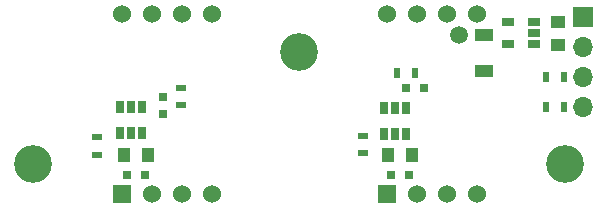
<source format=gbs>
G04 #@! TF.FileFunction,Soldermask,Bot*
%FSLAX46Y46*%
G04 Gerber Fmt 4.6, Leading zero omitted, Abs format (unit mm)*
G04 Created by KiCad (PCBNEW 4.0.6) date Mon Jan  8 21:03:33 2018*
%MOMM*%
%LPD*%
G01*
G04 APERTURE LIST*
%ADD10C,0.100000*%
%ADD11C,3.200000*%
%ADD12R,1.250000X1.000000*%
%ADD13R,1.600000X1.000000*%
%ADD14R,0.800000X0.750000*%
%ADD15R,0.750000X0.800000*%
%ADD16R,1.000000X1.250000*%
%ADD17R,1.700000X1.700000*%
%ADD18O,1.700000X1.700000*%
%ADD19R,0.500000X0.900000*%
%ADD20R,0.900000X0.500000*%
%ADD21C,1.500000*%
%ADD22R,1.060000X0.650000*%
%ADD23R,0.650000X1.060000*%
%ADD24R,1.524000X1.524000*%
%ADD25C,1.524000*%
G04 APERTURE END LIST*
D10*
D11*
X60500000Y-77500000D03*
X83000000Y-68000000D03*
D12*
X104902000Y-65421000D03*
X104902000Y-67421000D03*
D13*
X98679000Y-66572000D03*
X98679000Y-69572000D03*
D14*
X92087000Y-70993000D03*
X93587000Y-70993000D03*
X92305000Y-78359000D03*
X90805000Y-78359000D03*
D15*
X71478000Y-71759000D03*
X71478000Y-73259000D03*
D14*
X69965000Y-78359000D03*
X68465000Y-78359000D03*
D16*
X92551000Y-76708000D03*
X90551000Y-76708000D03*
X70199000Y-76708000D03*
X68199000Y-76708000D03*
D17*
X107061000Y-65024000D03*
D18*
X107061000Y-67564000D03*
X107061000Y-70104000D03*
X107061000Y-72644000D03*
D19*
X105398000Y-72644000D03*
X103898000Y-72644000D03*
X105398000Y-70104000D03*
X103898000Y-70104000D03*
D20*
X88392000Y-76569000D03*
X88392000Y-75069000D03*
D19*
X91302000Y-69715000D03*
X92802000Y-69715000D03*
D20*
X65890000Y-76688000D03*
X65890000Y-75188000D03*
X73002000Y-70997000D03*
X73002000Y-72497000D03*
D21*
X96520000Y-66548000D03*
D22*
X102911000Y-65410000D03*
X102911000Y-66360000D03*
X102911000Y-67310000D03*
X100711000Y-67310000D03*
X100711000Y-65410000D03*
D23*
X92075000Y-74887000D03*
X91125000Y-74887000D03*
X90175000Y-74887000D03*
X90175000Y-72687000D03*
X92075000Y-72687000D03*
X91125000Y-72687000D03*
D24*
X90401000Y-80002000D03*
D25*
X92941000Y-80002000D03*
X95481000Y-80002000D03*
X98021000Y-80002000D03*
X98021000Y-64762000D03*
X95481000Y-64762000D03*
X92941000Y-64762000D03*
X90401000Y-64762000D03*
D23*
X69718000Y-74803000D03*
X68768000Y-74803000D03*
X67818000Y-74803000D03*
X67818000Y-72603000D03*
X69718000Y-72603000D03*
X68768000Y-72603000D03*
D24*
X67970400Y-79997300D03*
D25*
X70510400Y-79997300D03*
X73050400Y-79997300D03*
X75590400Y-79997300D03*
X75590400Y-64757300D03*
X73050400Y-64757300D03*
X70510400Y-64757300D03*
X67970400Y-64757300D03*
D11*
X105500000Y-77500000D03*
M02*

</source>
